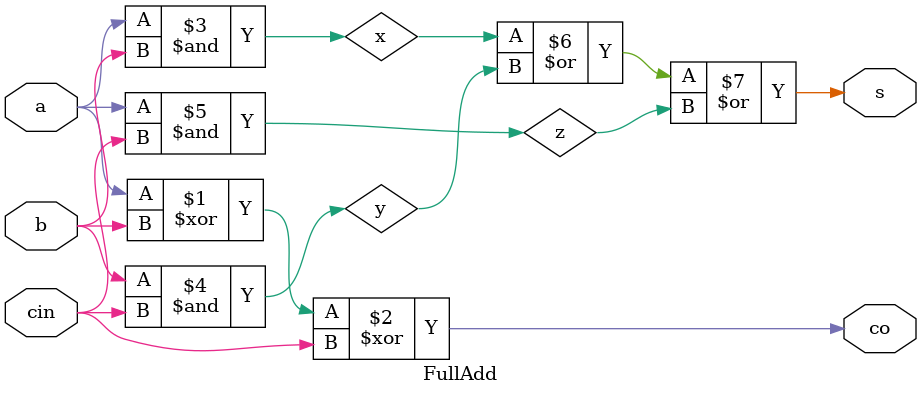
<source format=sv>
`timescale 1ns / 1ps


module FullAdd(
    input logic a, b, cin,
    output logic s, co
    );
    
    logic x, y, z;
    
    xor(co, a, b, cin);
    
    and(x, a, b);
    and(y, b, cin);
    and(z, a, cin);
    or(s, x, y, z);
    
endmodule

</source>
